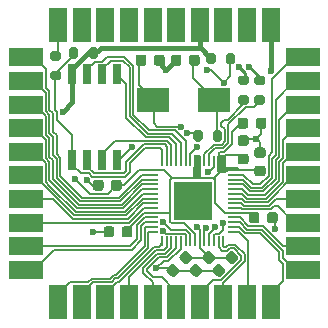
<source format=gtl>
G04 #@! TF.GenerationSoftware,KiCad,Pcbnew,(6.0.0-0)*
G04 #@! TF.CreationDate,2022-05-15T17:03:53+02:00*
G04 #@! TF.ProjectId,rp2040_stamp,72703230-3430-45f7-9374-616d702e6b69,rev?*
G04 #@! TF.SameCoordinates,Original*
G04 #@! TF.FileFunction,Copper,L1,Top*
G04 #@! TF.FilePolarity,Positive*
%FSLAX46Y46*%
G04 Gerber Fmt 4.6, Leading zero omitted, Abs format (unit mm)*
G04 Created by KiCad (PCBNEW (6.0.0-0)) date 2022-05-15 17:03:53*
%MOMM*%
%LPD*%
G01*
G04 APERTURE LIST*
G04 #@! TA.AperFunction,SMDPad,CuDef*
%ADD10R,1.500000X3.000000*%
G04 #@! TD*
G04 #@! TA.AperFunction,ComponentPad*
%ADD11C,1.350000*%
G04 #@! TD*
G04 #@! TA.AperFunction,ComponentPad*
%ADD12O,1.350000X1.350000*%
G04 #@! TD*
G04 #@! TA.AperFunction,SMDPad,CuDef*
%ADD13R,0.650000X1.700000*%
G04 #@! TD*
G04 #@! TA.AperFunction,SMDPad,CuDef*
%ADD14R,3.000000X1.500000*%
G04 #@! TD*
G04 #@! TA.AperFunction,SMDPad,CuDef*
%ADD15R,0.807999X0.178600*%
G04 #@! TD*
G04 #@! TA.AperFunction,SMDPad,CuDef*
%ADD16R,0.178600X0.807999*%
G04 #@! TD*
G04 #@! TA.AperFunction,SMDPad,CuDef*
%ADD17R,3.200400X3.200400*%
G04 #@! TD*
G04 #@! TA.AperFunction,SMDPad,CuDef*
%ADD18R,2.800000X2.000000*%
G04 #@! TD*
G04 #@! TA.AperFunction,ViaPad*
%ADD19C,0.600000*%
G04 #@! TD*
G04 #@! TA.AperFunction,Conductor*
%ADD20C,0.200000*%
G04 #@! TD*
G04 #@! TA.AperFunction,Conductor*
%ADD21C,0.400000*%
G04 #@! TD*
G04 #@! TA.AperFunction,Conductor*
%ADD22C,0.150000*%
G04 #@! TD*
G04 #@! TA.AperFunction,Conductor*
%ADD23C,0.178600*%
G04 #@! TD*
G04 #@! TA.AperFunction,Conductor*
%ADD24C,0.250000*%
G04 #@! TD*
G04 APERTURE END LIST*
G04 #@! TA.AperFunction,SMDPad,CuDef*
G36*
G01*
X155050000Y-96900000D02*
X155050000Y-96350000D01*
G75*
G02*
X155250000Y-96150000I200000J0D01*
G01*
X155650000Y-96150000D01*
G75*
G02*
X155850000Y-96350000I0J-200000D01*
G01*
X155850000Y-96900000D01*
G75*
G02*
X155650000Y-97100000I-200000J0D01*
G01*
X155250000Y-97100000D01*
G75*
G02*
X155050000Y-96900000I0J200000D01*
G01*
G37*
G04 #@! TD.AperFunction*
G04 #@! TA.AperFunction,SMDPad,CuDef*
G36*
G01*
X156700000Y-96900000D02*
X156700000Y-96350000D01*
G75*
G02*
X156900000Y-96150000I200000J0D01*
G01*
X157300000Y-96150000D01*
G75*
G02*
X157500000Y-96350000I0J-200000D01*
G01*
X157500000Y-96900000D01*
G75*
G02*
X157300000Y-97100000I-200000J0D01*
G01*
X156900000Y-97100000D01*
G75*
G02*
X156700000Y-96900000I0J200000D01*
G01*
G37*
G04 #@! TD.AperFunction*
G04 #@! TA.AperFunction,SMDPad,CuDef*
G36*
G01*
X158425000Y-105550000D02*
X157925000Y-105550000D01*
G75*
G02*
X157700000Y-105325000I0J225000D01*
G01*
X157700000Y-104875000D01*
G75*
G02*
X157925000Y-104650000I225000J0D01*
G01*
X158425000Y-104650000D01*
G75*
G02*
X158650000Y-104875000I0J-225000D01*
G01*
X158650000Y-105325000D01*
G75*
G02*
X158425000Y-105550000I-225000J0D01*
G01*
G37*
G04 #@! TD.AperFunction*
G04 #@! TA.AperFunction,SMDPad,CuDef*
G36*
G01*
X158425000Y-104000000D02*
X157925000Y-104000000D01*
G75*
G02*
X157700000Y-103775000I0J225000D01*
G01*
X157700000Y-103325000D01*
G75*
G02*
X157925000Y-103100000I225000J0D01*
G01*
X158425000Y-103100000D01*
G75*
G02*
X158650000Y-103325000I0J-225000D01*
G01*
X158650000Y-103775000D01*
G75*
G02*
X158425000Y-104000000I-225000J0D01*
G01*
G37*
G04 #@! TD.AperFunction*
D10*
X142500000Y-93750000D03*
D11*
X142500000Y-94500000D03*
X142500000Y-93000000D03*
D10*
X144500000Y-93750000D03*
D12*
X144500000Y-94500000D03*
X144500000Y-93000000D03*
X146500000Y-94500000D03*
X146500000Y-93000000D03*
D10*
X146500000Y-93750000D03*
D12*
X148500000Y-93000000D03*
X148500000Y-94500000D03*
D10*
X148500000Y-93750000D03*
D12*
X150500000Y-93000000D03*
D10*
X150500000Y-93750000D03*
D12*
X150500000Y-94500000D03*
X152500000Y-94500000D03*
D10*
X152500000Y-93750000D03*
D12*
X152500000Y-93000000D03*
D10*
X154500000Y-93750000D03*
D12*
X154500000Y-94500000D03*
X154500000Y-93000000D03*
D10*
X156500000Y-93750000D03*
D12*
X156500000Y-94500000D03*
X156500000Y-93000000D03*
D10*
X158500000Y-93750000D03*
D12*
X158500000Y-94500000D03*
X158500000Y-93000000D03*
X160500000Y-93000000D03*
X160500000Y-94500000D03*
D10*
X160500000Y-93750000D03*
G04 #@! TA.AperFunction,SMDPad,CuDef*
G36*
G01*
X155414429Y-112957017D02*
X155767983Y-113310571D01*
G75*
G02*
X155767983Y-113628769I-159099J-159099D01*
G01*
X155449785Y-113946967D01*
G75*
G02*
X155131587Y-113946967I-159099J159099D01*
G01*
X154778033Y-113593413D01*
G75*
G02*
X154778033Y-113275215I159099J159099D01*
G01*
X155096231Y-112957017D01*
G75*
G02*
X155414429Y-112957017I159099J-159099D01*
G01*
G37*
G04 #@! TD.AperFunction*
G04 #@! TA.AperFunction,SMDPad,CuDef*
G36*
G01*
X154318413Y-114053033D02*
X154671967Y-114406587D01*
G75*
G02*
X154671967Y-114724785I-159099J-159099D01*
G01*
X154353769Y-115042983D01*
G75*
G02*
X154035571Y-115042983I-159099J159099D01*
G01*
X153682017Y-114689429D01*
G75*
G02*
X153682017Y-114371231I159099J159099D01*
G01*
X154000215Y-114053033D01*
G75*
G02*
X154318413Y-114053033I159099J-159099D01*
G01*
G37*
G04 #@! TD.AperFunction*
G04 #@! TA.AperFunction,SMDPad,CuDef*
G36*
G01*
X143425000Y-96400000D02*
X143425000Y-95850000D01*
G75*
G02*
X143625000Y-95650000I200000J0D01*
G01*
X144025000Y-95650000D01*
G75*
G02*
X144225000Y-95850000I0J-200000D01*
G01*
X144225000Y-96400000D01*
G75*
G02*
X144025000Y-96600000I-200000J0D01*
G01*
X143625000Y-96600000D01*
G75*
G02*
X143425000Y-96400000I0J200000D01*
G01*
G37*
G04 #@! TD.AperFunction*
G04 #@! TA.AperFunction,SMDPad,CuDef*
G36*
G01*
X145075000Y-96400000D02*
X145075000Y-95850000D01*
G75*
G02*
X145275000Y-95650000I200000J0D01*
G01*
X145675000Y-95650000D01*
G75*
G02*
X145875000Y-95850000I0J-200000D01*
G01*
X145875000Y-96400000D01*
G75*
G02*
X145675000Y-96600000I-200000J0D01*
G01*
X145275000Y-96600000D01*
G75*
G02*
X145075000Y-96400000I0J200000D01*
G01*
G37*
G04 #@! TD.AperFunction*
G04 #@! TA.AperFunction,SMDPad,CuDef*
G36*
G01*
X157364429Y-112957017D02*
X157717983Y-113310571D01*
G75*
G02*
X157717983Y-113628769I-159099J-159099D01*
G01*
X157399785Y-113946967D01*
G75*
G02*
X157081587Y-113946967I-159099J159099D01*
G01*
X156728033Y-113593413D01*
G75*
G02*
X156728033Y-113275215I159099J159099D01*
G01*
X157046231Y-112957017D01*
G75*
G02*
X157364429Y-112957017I159099J-159099D01*
G01*
G37*
G04 #@! TD.AperFunction*
G04 #@! TA.AperFunction,SMDPad,CuDef*
G36*
G01*
X156268413Y-114053033D02*
X156621967Y-114406587D01*
G75*
G02*
X156621967Y-114724785I-159099J-159099D01*
G01*
X156303769Y-115042983D01*
G75*
G02*
X155985571Y-115042983I-159099J159099D01*
G01*
X155632017Y-114689429D01*
G75*
G02*
X155632017Y-114371231I159099J159099D01*
G01*
X155950215Y-114053033D01*
G75*
G02*
X156268413Y-114053033I159099J-159099D01*
G01*
G37*
G04 #@! TD.AperFunction*
G04 #@! TA.AperFunction,SMDPad,CuDef*
G36*
G01*
X142025000Y-95975000D02*
X142575000Y-95975000D01*
G75*
G02*
X142775000Y-96175000I0J-200000D01*
G01*
X142775000Y-96575000D01*
G75*
G02*
X142575000Y-96775000I-200000J0D01*
G01*
X142025000Y-96775000D01*
G75*
G02*
X141825000Y-96575000I0J200000D01*
G01*
X141825000Y-96175000D01*
G75*
G02*
X142025000Y-95975000I200000J0D01*
G01*
G37*
G04 #@! TD.AperFunction*
G04 #@! TA.AperFunction,SMDPad,CuDef*
G36*
G01*
X142025000Y-97625000D02*
X142575000Y-97625000D01*
G75*
G02*
X142775000Y-97825000I0J-200000D01*
G01*
X142775000Y-98225000D01*
G75*
G02*
X142575000Y-98425000I-200000J0D01*
G01*
X142025000Y-98425000D01*
G75*
G02*
X141825000Y-98225000I0J200000D01*
G01*
X141825000Y-97825000D01*
G75*
G02*
X142025000Y-97625000I200000J0D01*
G01*
G37*
G04 #@! TD.AperFunction*
X142500000Y-117250000D03*
D11*
X142500000Y-116500000D03*
X142500000Y-118000000D03*
D10*
X144500000Y-117250000D03*
D12*
X144500000Y-116500000D03*
X144500000Y-118000000D03*
X146500000Y-116500000D03*
X146500000Y-118000000D03*
D10*
X146500000Y-117250000D03*
D12*
X148500000Y-116500000D03*
X148500000Y-118000000D03*
D10*
X148500000Y-117250000D03*
X150500000Y-117250000D03*
D12*
X150500000Y-116500000D03*
X150500000Y-118000000D03*
D10*
X152500000Y-117250000D03*
D12*
X152500000Y-118000000D03*
X152500000Y-116500000D03*
D10*
X154500000Y-117250000D03*
D12*
X154500000Y-118000000D03*
X154500000Y-116500000D03*
X156500000Y-116500000D03*
X156500000Y-118000000D03*
D10*
X156500000Y-117250000D03*
D12*
X158500000Y-118000000D03*
D10*
X158500000Y-117250000D03*
D12*
X158500000Y-116500000D03*
X160500000Y-116500000D03*
D10*
X160500000Y-117250000D03*
D12*
X160500000Y-118000000D03*
G04 #@! TA.AperFunction,SMDPad,CuDef*
G36*
G01*
X158475000Y-100500000D02*
X157925000Y-100500000D01*
G75*
G02*
X157725000Y-100300000I0J200000D01*
G01*
X157725000Y-99900000D01*
G75*
G02*
X157925000Y-99700000I200000J0D01*
G01*
X158475000Y-99700000D01*
G75*
G02*
X158675000Y-99900000I0J-200000D01*
G01*
X158675000Y-100300000D01*
G75*
G02*
X158475000Y-100500000I-200000J0D01*
G01*
G37*
G04 #@! TD.AperFunction*
G04 #@! TA.AperFunction,SMDPad,CuDef*
G36*
G01*
X158475000Y-98850000D02*
X157925000Y-98850000D01*
G75*
G02*
X157725000Y-98650000I0J200000D01*
G01*
X157725000Y-98250000D01*
G75*
G02*
X157925000Y-98050000I200000J0D01*
G01*
X158475000Y-98050000D01*
G75*
G02*
X158675000Y-98250000I0J-200000D01*
G01*
X158675000Y-98650000D01*
G75*
G02*
X158475000Y-98850000I-200000J0D01*
G01*
G37*
G04 #@! TD.AperFunction*
G04 #@! TA.AperFunction,SMDPad,CuDef*
G36*
G01*
X157700000Y-102325000D02*
X157700000Y-101825000D01*
G75*
G02*
X157925000Y-101600000I225000J0D01*
G01*
X158375000Y-101600000D01*
G75*
G02*
X158600000Y-101825000I0J-225000D01*
G01*
X158600000Y-102325000D01*
G75*
G02*
X158375000Y-102550000I-225000J0D01*
G01*
X157925000Y-102550000D01*
G75*
G02*
X157700000Y-102325000I0J225000D01*
G01*
G37*
G04 #@! TD.AperFunction*
G04 #@! TA.AperFunction,SMDPad,CuDef*
G36*
G01*
X159250000Y-102325000D02*
X159250000Y-101825000D01*
G75*
G02*
X159475000Y-101600000I225000J0D01*
G01*
X159925000Y-101600000D01*
G75*
G02*
X160150000Y-101825000I0J-225000D01*
G01*
X160150000Y-102325000D01*
G75*
G02*
X159925000Y-102550000I-225000J0D01*
G01*
X159475000Y-102550000D01*
G75*
G02*
X159250000Y-102325000I0J225000D01*
G01*
G37*
G04 #@! TD.AperFunction*
D13*
X143720000Y-105225000D03*
X144990000Y-105225000D03*
X146260000Y-105225000D03*
X147530000Y-105225000D03*
X147530000Y-97925000D03*
X146260000Y-97925000D03*
X144990000Y-97925000D03*
X143720000Y-97925000D03*
G04 #@! TA.AperFunction,SMDPad,CuDef*
G36*
G01*
X153464429Y-112957017D02*
X153817983Y-113310571D01*
G75*
G02*
X153817983Y-113628769I-159099J-159099D01*
G01*
X153499785Y-113946967D01*
G75*
G02*
X153181587Y-113946967I-159099J159099D01*
G01*
X152828033Y-113593413D01*
G75*
G02*
X152828033Y-113275215I159099J159099D01*
G01*
X153146231Y-112957017D01*
G75*
G02*
X153464429Y-112957017I159099J-159099D01*
G01*
G37*
G04 #@! TD.AperFunction*
G04 #@! TA.AperFunction,SMDPad,CuDef*
G36*
G01*
X152368413Y-114053033D02*
X152721967Y-114406587D01*
G75*
G02*
X152721967Y-114724785I-159099J-159099D01*
G01*
X152403769Y-115042983D01*
G75*
G02*
X152085571Y-115042983I-159099J159099D01*
G01*
X151732017Y-114689429D01*
G75*
G02*
X151732017Y-114371231I159099J159099D01*
G01*
X152050215Y-114053033D01*
G75*
G02*
X152368413Y-114053033I159099J-159099D01*
G01*
G37*
G04 #@! TD.AperFunction*
D14*
X139750000Y-96500000D03*
D11*
X140500000Y-96500000D03*
X139000000Y-96500000D03*
D12*
X139000000Y-98500000D03*
X140500000Y-98500000D03*
D14*
X139750000Y-98500000D03*
D12*
X139000000Y-100500000D03*
X140500000Y-100500000D03*
D14*
X139750000Y-100500000D03*
X139750000Y-102500000D03*
D12*
X140500000Y-102500000D03*
X139000000Y-102500000D03*
X139000000Y-104500000D03*
D14*
X139750000Y-104500000D03*
D12*
X140500000Y-104500000D03*
X140500000Y-106500000D03*
D14*
X139750000Y-106500000D03*
D12*
X139000000Y-106500000D03*
X139000000Y-108500000D03*
X140500000Y-108500000D03*
D14*
X139750000Y-108500000D03*
X139750000Y-110500000D03*
D12*
X140500000Y-110500000D03*
X139000000Y-110500000D03*
X140500000Y-112500000D03*
X139000000Y-112500000D03*
D14*
X139750000Y-112500000D03*
X139750000Y-114500000D03*
D12*
X140500000Y-114500000D03*
X139000000Y-114500000D03*
G04 #@! TA.AperFunction,SMDPad,CuDef*
G36*
G01*
X159850000Y-106575000D02*
X159350000Y-106575000D01*
G75*
G02*
X159125000Y-106350000I0J225000D01*
G01*
X159125000Y-105900000D01*
G75*
G02*
X159350000Y-105675000I225000J0D01*
G01*
X159850000Y-105675000D01*
G75*
G02*
X160075000Y-105900000I0J-225000D01*
G01*
X160075000Y-106350000D01*
G75*
G02*
X159850000Y-106575000I-225000J0D01*
G01*
G37*
G04 #@! TD.AperFunction*
G04 #@! TA.AperFunction,SMDPad,CuDef*
G36*
G01*
X159850000Y-105025000D02*
X159350000Y-105025000D01*
G75*
G02*
X159125000Y-104800000I0J225000D01*
G01*
X159125000Y-104350000D01*
G75*
G02*
X159350000Y-104125000I225000J0D01*
G01*
X159850000Y-104125000D01*
G75*
G02*
X160075000Y-104350000I0J-225000D01*
G01*
X160075000Y-104800000D01*
G75*
G02*
X159850000Y-105025000I-225000J0D01*
G01*
G37*
G04 #@! TD.AperFunction*
G04 #@! TA.AperFunction,SMDPad,CuDef*
G36*
G01*
X147900000Y-107075000D02*
X147900000Y-107575000D01*
G75*
G02*
X147675000Y-107800000I-225000J0D01*
G01*
X147225000Y-107800000D01*
G75*
G02*
X147000000Y-107575000I0J225000D01*
G01*
X147000000Y-107075000D01*
G75*
G02*
X147225000Y-106850000I225000J0D01*
G01*
X147675000Y-106850000D01*
G75*
G02*
X147900000Y-107075000I0J-225000D01*
G01*
G37*
G04 #@! TD.AperFunction*
G04 #@! TA.AperFunction,SMDPad,CuDef*
G36*
G01*
X146350000Y-107075000D02*
X146350000Y-107575000D01*
G75*
G02*
X146125000Y-107800000I-225000J0D01*
G01*
X145675000Y-107800000D01*
G75*
G02*
X145450000Y-107575000I0J225000D01*
G01*
X145450000Y-107075000D01*
G75*
G02*
X145675000Y-106850000I225000J0D01*
G01*
X146125000Y-106850000D01*
G75*
G02*
X146350000Y-107075000I0J-225000D01*
G01*
G37*
G04 #@! TD.AperFunction*
G04 #@! TA.AperFunction,SMDPad,CuDef*
G36*
G01*
X159850000Y-100500000D02*
X159300000Y-100500000D01*
G75*
G02*
X159100000Y-100300000I0J200000D01*
G01*
X159100000Y-99900000D01*
G75*
G02*
X159300000Y-99700000I200000J0D01*
G01*
X159850000Y-99700000D01*
G75*
G02*
X160050000Y-99900000I0J-200000D01*
G01*
X160050000Y-100300000D01*
G75*
G02*
X159850000Y-100500000I-200000J0D01*
G01*
G37*
G04 #@! TD.AperFunction*
G04 #@! TA.AperFunction,SMDPad,CuDef*
G36*
G01*
X159850000Y-98850000D02*
X159300000Y-98850000D01*
G75*
G02*
X159100000Y-98650000I0J200000D01*
G01*
X159100000Y-98250000D01*
G75*
G02*
X159300000Y-98050000I200000J0D01*
G01*
X159850000Y-98050000D01*
G75*
G02*
X160050000Y-98250000I0J-200000D01*
G01*
X160050000Y-98650000D01*
G75*
G02*
X159850000Y-98850000I-200000J0D01*
G01*
G37*
G04 #@! TD.AperFunction*
G04 #@! TA.AperFunction,SMDPad,CuDef*
G36*
G01*
X158650000Y-110325000D02*
X158650000Y-109825000D01*
G75*
G02*
X158875000Y-109600000I225000J0D01*
G01*
X159325000Y-109600000D01*
G75*
G02*
X159550000Y-109825000I0J-225000D01*
G01*
X159550000Y-110325000D01*
G75*
G02*
X159325000Y-110550000I-225000J0D01*
G01*
X158875000Y-110550000D01*
G75*
G02*
X158650000Y-110325000I0J225000D01*
G01*
G37*
G04 #@! TD.AperFunction*
G04 #@! TA.AperFunction,SMDPad,CuDef*
G36*
G01*
X160200000Y-110325000D02*
X160200000Y-109825000D01*
G75*
G02*
X160425000Y-109600000I225000J0D01*
G01*
X160875000Y-109600000D01*
G75*
G02*
X161100000Y-109825000I0J-225000D01*
G01*
X161100000Y-110325000D01*
G75*
G02*
X160875000Y-110550000I-225000J0D01*
G01*
X160425000Y-110550000D01*
G75*
G02*
X160200000Y-110325000I0J225000D01*
G01*
G37*
G04 #@! TD.AperFunction*
G04 #@! TA.AperFunction,SMDPad,CuDef*
G36*
G01*
X156400000Y-102875000D02*
X156400000Y-103425000D01*
G75*
G02*
X156200000Y-103625000I-200000J0D01*
G01*
X155800000Y-103625000D01*
G75*
G02*
X155600000Y-103425000I0J200000D01*
G01*
X155600000Y-102875000D01*
G75*
G02*
X155800000Y-102675000I200000J0D01*
G01*
X156200000Y-102675000D01*
G75*
G02*
X156400000Y-102875000I0J-200000D01*
G01*
G37*
G04 #@! TD.AperFunction*
G04 #@! TA.AperFunction,SMDPad,CuDef*
G36*
G01*
X154750000Y-102875000D02*
X154750000Y-103425000D01*
G75*
G02*
X154550000Y-103625000I-200000J0D01*
G01*
X154150000Y-103625000D01*
G75*
G02*
X153950000Y-103425000I0J200000D01*
G01*
X153950000Y-102875000D01*
G75*
G02*
X154150000Y-102675000I200000J0D01*
G01*
X154550000Y-102675000D01*
G75*
G02*
X154750000Y-102875000I0J-200000D01*
G01*
G37*
G04 #@! TD.AperFunction*
D11*
X162500000Y-96500000D03*
D14*
X163250000Y-96500000D03*
D11*
X164000000Y-96500000D03*
D12*
X162500000Y-98500000D03*
X164000000Y-98500000D03*
D14*
X163250000Y-98500000D03*
D12*
X164000000Y-100500000D03*
D14*
X163250000Y-100500000D03*
D12*
X162500000Y-100500000D03*
X162500000Y-102500000D03*
X164000000Y-102500000D03*
D14*
X163250000Y-102500000D03*
X163250000Y-104500000D03*
D12*
X162500000Y-104500000D03*
X164000000Y-104500000D03*
X162500000Y-106500000D03*
X164000000Y-106500000D03*
D14*
X163250000Y-106500000D03*
D12*
X162500000Y-108500000D03*
D14*
X163250000Y-108500000D03*
D12*
X164000000Y-108500000D03*
D14*
X163250000Y-110500000D03*
D12*
X164000000Y-110500000D03*
X162500000Y-110500000D03*
X164000000Y-112500000D03*
X162500000Y-112500000D03*
D14*
X163250000Y-112500000D03*
D12*
X164000000Y-114500000D03*
X162500000Y-114500000D03*
D14*
X163250000Y-114500000D03*
D15*
X150498800Y-106050000D03*
X150498800Y-106449999D03*
X150498800Y-106850001D03*
X150498800Y-107250000D03*
X150498800Y-107649999D03*
X150498800Y-108050001D03*
X150498800Y-108450000D03*
X150498800Y-108850000D03*
X150498800Y-109249999D03*
X150498800Y-109650001D03*
X150498800Y-110050000D03*
X150498800Y-110449999D03*
X150498800Y-110850001D03*
X150498800Y-111250000D03*
D16*
X151300000Y-112051200D03*
X151699999Y-112051200D03*
X152100001Y-112051200D03*
X152500000Y-112051200D03*
X152899999Y-112051200D03*
X153300001Y-112051200D03*
X153700000Y-112051200D03*
X154100000Y-112051200D03*
X154499999Y-112051200D03*
X154900001Y-112051200D03*
X155300000Y-112051200D03*
X155699999Y-112051200D03*
X156100001Y-112051200D03*
X156500000Y-112051200D03*
D15*
X157301200Y-111250000D03*
X157301200Y-110850001D03*
X157301200Y-110449999D03*
X157301200Y-110050000D03*
X157301200Y-109650001D03*
X157301200Y-109249999D03*
X157301200Y-108850000D03*
X157301200Y-108450000D03*
X157301200Y-108050001D03*
X157301200Y-107649999D03*
X157301200Y-107250000D03*
X157301200Y-106850001D03*
X157301200Y-106449999D03*
X157301200Y-106050000D03*
D16*
X156500000Y-105248800D03*
X156100001Y-105248800D03*
X155699999Y-105248800D03*
X155300000Y-105248800D03*
X154900001Y-105248800D03*
X154499999Y-105248800D03*
X154100000Y-105248800D03*
X153700000Y-105248800D03*
X153300001Y-105248800D03*
X152899999Y-105248800D03*
X152500000Y-105248800D03*
X152100001Y-105248800D03*
X151699999Y-105248800D03*
X151300000Y-105248800D03*
D17*
X153900000Y-108650000D03*
D18*
X150500000Y-100100000D03*
X155700000Y-100100000D03*
G04 #@! TA.AperFunction,SMDPad,CuDef*
G36*
G01*
X148800000Y-111025000D02*
X148800000Y-111525000D01*
G75*
G02*
X148575000Y-111750000I-225000J0D01*
G01*
X148125000Y-111750000D01*
G75*
G02*
X147900000Y-111525000I0J225000D01*
G01*
X147900000Y-111025000D01*
G75*
G02*
X148125000Y-110800000I225000J0D01*
G01*
X148575000Y-110800000D01*
G75*
G02*
X148800000Y-111025000I0J-225000D01*
G01*
G37*
G04 #@! TD.AperFunction*
G04 #@! TA.AperFunction,SMDPad,CuDef*
G36*
G01*
X147250000Y-111025000D02*
X147250000Y-111525000D01*
G75*
G02*
X147025000Y-111750000I-225000J0D01*
G01*
X146575000Y-111750000D01*
G75*
G02*
X146350000Y-111525000I0J225000D01*
G01*
X146350000Y-111025000D01*
G75*
G02*
X146575000Y-110800000I225000J0D01*
G01*
X147025000Y-110800000D01*
G75*
G02*
X147250000Y-111025000I0J-225000D01*
G01*
G37*
G04 #@! TD.AperFunction*
G04 #@! TA.AperFunction,SMDPad,CuDef*
G36*
G01*
X149075000Y-97000000D02*
X149075000Y-96500000D01*
G75*
G02*
X149300000Y-96275000I225000J0D01*
G01*
X149750000Y-96275000D01*
G75*
G02*
X149975000Y-96500000I0J-225000D01*
G01*
X149975000Y-97000000D01*
G75*
G02*
X149750000Y-97225000I-225000J0D01*
G01*
X149300000Y-97225000D01*
G75*
G02*
X149075000Y-97000000I0J225000D01*
G01*
G37*
G04 #@! TD.AperFunction*
G04 #@! TA.AperFunction,SMDPad,CuDef*
G36*
G01*
X150625000Y-97000000D02*
X150625000Y-96500000D01*
G75*
G02*
X150850000Y-96275000I225000J0D01*
G01*
X151300000Y-96275000D01*
G75*
G02*
X151525000Y-96500000I0J-225000D01*
G01*
X151525000Y-97000000D01*
G75*
G02*
X151300000Y-97225000I-225000J0D01*
G01*
X150850000Y-97225000D01*
G75*
G02*
X150625000Y-97000000I0J225000D01*
G01*
G37*
G04 #@! TD.AperFunction*
G04 #@! TA.AperFunction,SMDPad,CuDef*
G36*
G01*
X154500000Y-96500000D02*
X154500000Y-97000000D01*
G75*
G02*
X154275000Y-97225000I-225000J0D01*
G01*
X153825000Y-97225000D01*
G75*
G02*
X153600000Y-97000000I0J225000D01*
G01*
X153600000Y-96500000D01*
G75*
G02*
X153825000Y-96275000I225000J0D01*
G01*
X154275000Y-96275000D01*
G75*
G02*
X154500000Y-96500000I0J-225000D01*
G01*
G37*
G04 #@! TD.AperFunction*
G04 #@! TA.AperFunction,SMDPad,CuDef*
G36*
G01*
X152950000Y-96500000D02*
X152950000Y-97000000D01*
G75*
G02*
X152725000Y-97225000I-225000J0D01*
G01*
X152275000Y-97225000D01*
G75*
G02*
X152050000Y-97000000I0J225000D01*
G01*
X152050000Y-96500000D01*
G75*
G02*
X152275000Y-96275000I225000J0D01*
G01*
X152725000Y-96275000D01*
G75*
G02*
X152950000Y-96500000I0J-225000D01*
G01*
G37*
G04 #@! TD.AperFunction*
D19*
X160875000Y-111050000D03*
X145475000Y-111275000D03*
X159275000Y-103375000D03*
X151670000Y-97550000D03*
X152900000Y-109650000D03*
X154900000Y-109650000D03*
X152900000Y-107650000D03*
X144916292Y-106841634D03*
X150835271Y-114360270D03*
X160500000Y-97650000D03*
X154900000Y-107650000D03*
X148775000Y-104099020D03*
X142897563Y-101099294D03*
X143951622Y-106823378D03*
X155110000Y-97550000D03*
X156523531Y-98640498D03*
X156445171Y-110520170D03*
X158700000Y-97325000D03*
X157825000Y-97325000D03*
X155797982Y-110898190D03*
X155053517Y-110984939D03*
X151375000Y-111175000D03*
X152900000Y-102400000D03*
X154300000Y-110900000D03*
X154275000Y-104125000D03*
X155175000Y-106175000D03*
X153425840Y-102934084D03*
X151359949Y-110418193D03*
D20*
X152226992Y-114548008D02*
X154176992Y-114548008D01*
D21*
X150935000Y-96815000D02*
X150935000Y-96530000D01*
D22*
X160875000Y-111050000D02*
X160875000Y-110300000D01*
D20*
X152899999Y-112699634D02*
X152899999Y-112051200D01*
D22*
X159600000Y-103700000D02*
X159600000Y-104575000D01*
D20*
X148755980Y-104099020D02*
X147530000Y-105325000D01*
X148775000Y-104099020D02*
X148755980Y-104099020D01*
D21*
X151670000Y-97550000D02*
X150935000Y-96815000D01*
D22*
X159275000Y-103375000D02*
X159600000Y-103700000D01*
X159700000Y-102950000D02*
X159275000Y-103375000D01*
D20*
X150835271Y-114360270D02*
X151446021Y-113749520D01*
X150835271Y-114360270D02*
X152039254Y-114360270D01*
X144916292Y-106841634D02*
X145499658Y-107425000D01*
D22*
X159700000Y-102075000D02*
X159700000Y-102950000D01*
D20*
X151446021Y-113749520D02*
X151850113Y-113749520D01*
D22*
X159275000Y-103375000D02*
X158350000Y-103375000D01*
D20*
X145499658Y-107425000D02*
X145900001Y-107425000D01*
D21*
X151670000Y-97550000D02*
X152415000Y-96805000D01*
D22*
X146750611Y-111275000D02*
X145475000Y-111275000D01*
D20*
X154176992Y-114548008D02*
X156126992Y-114548008D01*
X151850113Y-113749520D02*
X152899999Y-112699634D01*
D21*
X160500000Y-97650000D02*
X160500000Y-94500000D01*
D20*
X152000000Y-106900000D02*
X152150000Y-106750000D01*
D21*
X146125000Y-95700000D02*
X154425000Y-95700000D01*
D22*
X157225000Y-103847533D02*
X157225000Y-102800000D01*
D23*
X149784021Y-109650001D02*
X148525000Y-110909022D01*
D21*
X145077138Y-96125000D02*
X145475000Y-96125000D01*
D20*
X152000000Y-106900578D02*
X152000000Y-109600000D01*
X156600000Y-109650000D02*
X157301200Y-109650001D01*
X149375000Y-106050000D02*
X148100000Y-107325000D01*
X153200000Y-110550000D02*
X154100000Y-111450000D01*
X157301200Y-109650001D02*
X158675001Y-109650001D01*
X143951622Y-106823378D02*
X143951622Y-106826622D01*
D22*
X157301200Y-106050000D02*
X159525000Y-106050000D01*
X156500000Y-105248800D02*
X156500000Y-104900000D01*
D20*
X155800000Y-106900578D02*
X155649422Y-106750000D01*
D23*
X150498800Y-109650001D02*
X149784021Y-109650001D01*
D20*
X150498800Y-106050000D02*
X149375000Y-106050000D01*
D22*
X156100001Y-104624999D02*
X156245960Y-104479040D01*
D20*
X150498800Y-106050000D02*
X151450000Y-106050000D01*
X158675001Y-109650001D02*
X159100000Y-110075000D01*
D22*
X151949999Y-109650001D02*
X152000000Y-109600000D01*
D20*
X155649422Y-106750000D02*
X154500000Y-106750000D01*
X143951622Y-106826622D02*
X145174520Y-108049520D01*
D21*
X143720000Y-97482138D02*
X145077138Y-96125000D01*
D20*
X145174520Y-108049520D02*
X146725480Y-108049520D01*
X154100000Y-111450000D02*
X154100000Y-112051200D01*
D22*
X156245960Y-104479040D02*
X156593493Y-104479040D01*
X156650000Y-104750000D02*
X157825000Y-104750000D01*
D21*
X154500000Y-95625000D02*
X155400000Y-96525000D01*
D20*
X152150000Y-110550000D02*
X153200000Y-110550000D01*
D22*
X152000000Y-110400000D02*
X152000000Y-110399422D01*
D20*
X155800000Y-106900578D02*
X155800000Y-108850000D01*
D21*
X154500000Y-94500000D02*
X154500000Y-95625000D01*
X142897563Y-101099294D02*
X143695000Y-100301857D01*
D20*
X146725480Y-108049520D02*
X147450000Y-107325000D01*
D21*
X145575000Y-96250000D02*
X146125000Y-95700000D01*
D23*
X148525000Y-110909022D02*
X148525000Y-111225000D01*
D20*
X151450000Y-106050000D02*
X152150000Y-106750000D01*
D22*
X156500000Y-104900000D02*
X156650000Y-104750000D01*
D20*
X155800000Y-108850000D02*
X156600000Y-109650000D01*
D21*
X143720000Y-97925000D02*
X143720000Y-97482138D01*
D20*
X156100001Y-106299421D02*
X155787211Y-106612211D01*
D22*
X157225000Y-102800000D02*
X157950000Y-102075000D01*
D20*
X155800000Y-106900578D02*
X155800000Y-106625000D01*
X152000000Y-109600000D02*
X152000000Y-110399422D01*
D22*
X156100001Y-105248800D02*
X156100001Y-104624999D01*
D20*
X148100000Y-107325000D02*
X147450000Y-107325000D01*
D22*
X157825000Y-104750000D02*
X158175000Y-105100000D01*
D23*
X150498800Y-109650001D02*
X151949999Y-109650001D01*
D20*
X155787211Y-106612211D02*
X155649422Y-106750000D01*
X156100001Y-105248800D02*
X156100001Y-106299421D01*
X154500000Y-106750000D02*
X152150000Y-106750000D01*
D21*
X154425000Y-95700000D02*
X154500000Y-95625000D01*
X143695000Y-100301857D02*
X143695000Y-98025000D01*
D20*
X152150000Y-110550000D02*
X152000000Y-110400000D01*
D22*
X156593493Y-104479040D02*
X157225000Y-103847533D01*
X155800000Y-106625000D02*
X155787211Y-106612211D01*
X143720000Y-105579022D02*
X144440489Y-106299511D01*
X148574520Y-105464858D02*
X149865818Y-104173560D01*
X151123560Y-104173560D02*
X151300000Y-104350000D01*
X142450000Y-97725000D02*
X143925000Y-96250000D01*
X149865818Y-104173560D02*
X151123560Y-104173560D01*
X142224040Y-100953284D02*
X142224040Y-98250960D01*
X145115925Y-106299511D02*
X145415446Y-106599031D01*
X143720000Y-105225000D02*
X143720000Y-105579022D01*
X148203577Y-106599031D02*
X148574520Y-106228087D01*
X143695000Y-103095000D02*
X142373071Y-101773071D01*
X145415446Y-106599031D02*
X148203577Y-106599031D01*
X151300000Y-104350000D02*
X151300000Y-105248800D01*
X142373071Y-101102315D02*
X142224040Y-100953284D01*
X148574520Y-106228087D02*
X148574520Y-105464858D01*
X143695000Y-105325000D02*
X143695000Y-103095000D01*
X144440489Y-106299511D02*
X145115925Y-106299511D01*
X142373071Y-101773071D02*
X142373071Y-101102315D01*
X142500000Y-96425000D02*
X142500000Y-94500000D01*
X156150000Y-111422690D02*
X155786190Y-111422690D01*
X155786190Y-111422690D02*
X155699999Y-111508881D01*
X156445171Y-110520170D02*
X156445171Y-111127519D01*
X156523531Y-98640498D02*
X155433033Y-97550000D01*
X157050000Y-98114029D02*
X157050000Y-96525000D01*
X156445171Y-111127519D02*
X156150000Y-111422690D01*
X155699999Y-111508881D02*
X155699999Y-112051200D01*
X156523531Y-98640498D02*
X157050000Y-98114029D01*
X155433033Y-97550000D02*
X155110000Y-97550000D01*
D24*
X158700000Y-97325000D02*
X159825000Y-98450000D01*
D22*
X156924520Y-103724427D02*
X156924520Y-102174066D01*
X158373586Y-100725000D02*
X159125000Y-100725000D01*
X155826958Y-104179520D02*
X156469427Y-104179520D01*
X159125000Y-100725000D02*
X159750000Y-100100000D01*
X156924520Y-102174066D02*
X158373586Y-100725000D01*
X156469427Y-104179520D02*
X156924520Y-103724427D01*
X155300000Y-104706478D02*
X155826958Y-104179520D01*
X155300000Y-105248800D02*
X155300000Y-104706478D01*
D24*
X158325000Y-98450000D02*
X158325000Y-97825000D01*
X158325000Y-97825000D02*
X157825000Y-97325000D01*
D22*
X156625000Y-102600000D02*
X156299520Y-102274520D01*
X156900000Y-101775000D02*
X158200000Y-100475000D01*
X156625000Y-103600361D02*
X156625000Y-102600000D01*
X156299520Y-102050480D02*
X156575000Y-101775000D01*
X154900001Y-105248800D02*
X154900001Y-104682891D01*
X155702892Y-103880000D02*
X156345361Y-103880000D01*
X156299520Y-102274520D02*
X156299520Y-102050480D01*
X156575000Y-101775000D02*
X156900000Y-101775000D01*
X154900001Y-104682891D02*
X155702892Y-103880000D01*
X158200000Y-100475000D02*
X158200000Y-100100000D01*
X156345361Y-103880000D02*
X156625000Y-103600361D01*
X144990000Y-105750000D02*
X145539511Y-106299511D01*
X148275000Y-106104022D02*
X148275000Y-105340792D01*
X151700000Y-104050000D02*
X151699999Y-105248800D01*
X148079511Y-106299511D02*
X148275000Y-106104022D01*
X148275000Y-105340792D02*
X149741752Y-103874040D01*
X145539511Y-106299511D02*
X148079511Y-106299511D01*
X149741752Y-103874040D02*
X151524040Y-103874040D01*
X151524040Y-103874040D02*
X151700000Y-104050000D01*
X144990000Y-105225000D02*
X144990000Y-105750000D01*
X152100000Y-103950000D02*
X151724520Y-103574520D01*
X152100001Y-105248800D02*
X152100000Y-103950000D01*
X151724520Y-103574520D02*
X147350480Y-103574520D01*
X147350480Y-103574520D02*
X146260000Y-104665000D01*
X148276449Y-101598619D02*
X148276449Y-98771449D01*
X148276449Y-98771449D02*
X147530000Y-98025000D01*
X152500000Y-103850000D02*
X151925000Y-103275000D01*
X151925000Y-103275000D02*
X149952828Y-103275000D01*
X149952828Y-103275000D02*
X148276449Y-101598619D01*
X152500000Y-105248800D02*
X152500000Y-103850000D01*
X148575969Y-97346947D02*
X148575969Y-101474554D01*
X152150000Y-102975480D02*
X152899999Y-103725479D01*
X148575969Y-101474554D02*
X150076894Y-102975480D01*
X146975000Y-96775000D02*
X148004022Y-96775000D01*
X148004022Y-96775000D02*
X148575969Y-97346947D01*
X152899999Y-103725479D02*
X152899999Y-105248800D01*
X146260000Y-97490000D02*
X146975000Y-96775000D01*
X150076894Y-102975480D02*
X152150000Y-102975480D01*
X150200960Y-102675960D02*
X152425960Y-102675960D01*
X146224511Y-96850489D02*
X146625000Y-96450000D01*
X145639511Y-96850489D02*
X146224511Y-96850489D01*
X148875489Y-101350489D02*
X150200960Y-102675960D01*
X148875489Y-97200489D02*
X148875489Y-101350489D01*
X146625000Y-96450000D02*
X148125000Y-96450000D01*
X148125000Y-96450000D02*
X148875489Y-97200489D01*
X144990000Y-97500000D02*
X145639511Y-96850489D01*
X152425960Y-102675960D02*
X153300000Y-103550000D01*
X153300000Y-103550000D02*
X153300001Y-105248800D01*
X158974519Y-107250481D02*
X159629730Y-107250481D01*
X158174037Y-106449999D02*
X158974519Y-107250481D01*
X159629730Y-107250481D02*
X160327409Y-106552802D01*
X160327409Y-106552802D02*
X160327409Y-104811863D01*
X160626929Y-98373071D02*
X162500000Y-96500000D01*
X160327409Y-104811863D02*
X160626929Y-104512343D01*
X160626929Y-104512343D02*
X160626929Y-98373071D01*
X157301200Y-106449999D02*
X158174037Y-106449999D01*
X158150454Y-106850001D02*
X158850454Y-107550001D01*
X159753796Y-107550001D02*
X160626929Y-106676868D01*
X158850454Y-107550001D02*
X159753796Y-107550001D01*
X157301200Y-106850001D02*
X158150454Y-106850001D01*
X160926449Y-104802793D02*
X160926449Y-100073551D01*
X160626929Y-106676868D02*
X160626929Y-105102313D01*
X160626929Y-105102313D02*
X160926449Y-104802793D01*
X160926449Y-100073551D02*
X162500000Y-98500000D01*
X160926449Y-105226379D02*
X161225969Y-104926859D01*
X161225969Y-101774031D02*
X162500000Y-100500000D01*
X158726868Y-107850000D02*
X159877383Y-107850000D01*
X159877383Y-107850000D02*
X160926449Y-106800934D01*
X161225969Y-104926859D02*
X161225969Y-101774031D01*
X157301200Y-107250000D02*
X158126867Y-107250000D01*
X160926449Y-106800934D02*
X160926449Y-105226379D01*
X158126867Y-107250000D02*
X158726868Y-107850000D01*
X158103280Y-107649999D02*
X157301200Y-107649999D01*
X161225969Y-106925000D02*
X160001449Y-108149520D01*
X161525489Y-105050925D02*
X161225969Y-105350445D01*
X162500000Y-102500000D02*
X161525489Y-103474511D01*
X158602801Y-108149520D02*
X158103280Y-107649999D01*
X161525489Y-103474511D02*
X161525489Y-105050925D01*
X160001449Y-108149520D02*
X158602801Y-108149520D01*
X161225969Y-105350445D02*
X161225969Y-106925000D01*
X158079696Y-108050001D02*
X157301200Y-108050001D01*
X158478735Y-108449040D02*
X158079696Y-108050001D01*
X160127374Y-108449040D02*
X158478735Y-108449040D01*
X161525489Y-107050925D02*
X160127374Y-108449040D01*
X161525489Y-105474511D02*
X161525489Y-107050925D01*
X162500000Y-104500000D02*
X161525489Y-105474511D01*
X158056110Y-108450000D02*
X157301200Y-108450000D01*
X158354670Y-108748560D02*
X158056110Y-108450000D01*
X162500000Y-106500000D02*
X160251439Y-108748560D01*
X160251439Y-108748560D02*
X158354670Y-108748560D01*
X160923584Y-108500000D02*
X162500000Y-108500000D01*
X160375505Y-109048080D02*
X160923584Y-108500000D01*
X158230604Y-109048080D02*
X160375505Y-109048080D01*
X158032525Y-108850000D02*
X158230604Y-109048080D01*
X157301200Y-108850000D02*
X158032525Y-108850000D01*
X160497170Y-109350000D02*
X160748585Y-109098584D01*
X161098584Y-109098584D02*
X162500000Y-110500000D01*
X157301200Y-109249999D02*
X158008939Y-109249999D01*
X160748585Y-109098584D02*
X161098584Y-109098584D01*
X158008939Y-109249999D02*
X158108940Y-109350000D01*
X158108940Y-109350000D02*
X160497170Y-109350000D01*
X158615212Y-110774520D02*
X159857748Y-110774520D01*
X159857748Y-110774520D02*
X161583228Y-112500000D01*
X157301200Y-110050000D02*
X157890693Y-110050000D01*
X161583228Y-112500000D02*
X162500000Y-112500000D01*
X157890693Y-110050000D02*
X158615212Y-110774520D01*
X157867106Y-110449999D02*
X158491147Y-111074040D01*
X161525489Y-112865847D02*
X161525489Y-113525489D01*
X157301200Y-110449999D02*
X157867106Y-110449999D01*
X158491147Y-111074040D02*
X159733682Y-111074040D01*
X159733682Y-111074040D02*
X161525489Y-112865847D01*
X161525489Y-113525489D02*
X162500000Y-114500000D01*
X161525489Y-115474511D02*
X160500000Y-116500000D01*
X157301200Y-110850001D02*
X157843522Y-110850001D01*
X159609616Y-111373560D02*
X161225969Y-112989913D01*
X157843522Y-110850001D02*
X158367082Y-111373560D01*
X161525489Y-113975000D02*
X161525489Y-115474511D01*
X161225969Y-112989913D02*
X161225969Y-113675480D01*
X161225969Y-113675480D02*
X161525489Y-113975000D01*
X158367082Y-111373560D02*
X159609616Y-111373560D01*
X157301200Y-111250000D02*
X157819936Y-111250000D01*
X158607444Y-112037508D02*
X158607444Y-116392556D01*
X157819936Y-111250000D02*
X158607444Y-112037508D01*
X156911662Y-112350480D02*
X157498998Y-112350480D01*
X157498998Y-112350480D02*
X158307924Y-113159407D01*
X156500000Y-112051200D02*
X156500000Y-112500000D01*
X158307924Y-113159407D02*
X158307924Y-113779933D01*
X156543571Y-112543571D02*
X156718571Y-112543571D01*
X158307924Y-113779933D02*
X156500000Y-115587858D01*
X156500000Y-112500000D02*
X156543571Y-112543571D01*
X156718571Y-112543571D02*
X156911662Y-112350480D01*
X156500000Y-115587858D02*
X156500000Y-116500000D01*
X156314272Y-115350000D02*
X155650000Y-115350000D01*
X156100001Y-112051200D02*
X156100001Y-112593522D01*
X158008404Y-113283472D02*
X158008404Y-113655868D01*
X156792864Y-112892864D02*
X156399343Y-112892864D01*
X157035728Y-112650000D02*
X156792864Y-112892864D01*
X157374932Y-112650000D02*
X158008404Y-113283472D01*
X157035728Y-112650000D02*
X157374932Y-112650000D01*
X155650000Y-115350000D02*
X154500000Y-116500000D01*
X158008404Y-113655868D02*
X156314272Y-115350000D01*
X156399343Y-112892864D02*
X156100001Y-112593522D01*
X155300000Y-111485294D02*
X155300000Y-112051200D01*
X155797982Y-110898190D02*
X155797982Y-110987312D01*
X155797982Y-110987312D02*
X155300000Y-111485294D01*
X154900001Y-111138455D02*
X154900001Y-112051200D01*
X155053517Y-110984939D02*
X154900001Y-111138455D01*
X152500000Y-112051200D02*
X152500000Y-112640693D01*
X150024520Y-114600000D02*
X150524520Y-115100000D01*
X151275000Y-115100000D02*
X152500000Y-116325000D01*
X150524520Y-115100000D02*
X151275000Y-115100000D01*
X152500000Y-112640693D02*
X151715693Y-113425000D01*
X151028785Y-113425000D02*
X150024520Y-114429265D01*
X151715693Y-113425000D02*
X151028785Y-113425000D01*
X150024520Y-114429265D02*
X150024520Y-114600000D01*
X149725000Y-114305199D02*
X150905679Y-113124520D01*
X151592587Y-113124520D02*
X152100001Y-112617106D01*
X150500000Y-115550000D02*
X149725000Y-114775000D01*
X150905679Y-113124520D02*
X151592587Y-113124520D01*
X149725000Y-114775000D02*
X149725000Y-114305199D01*
X152100001Y-112617106D02*
X152100001Y-112051200D01*
X150500000Y-116500000D02*
X150500000Y-115550000D01*
X151468521Y-112825000D02*
X151699999Y-112593522D01*
X151699999Y-112593522D02*
X151699999Y-112051200D01*
X150781613Y-112825000D02*
X151468521Y-112825000D01*
X148500000Y-115106613D02*
X150781613Y-112825000D01*
X148500000Y-116500000D02*
X148500000Y-115106613D01*
X146500000Y-116500000D02*
X147475000Y-115525000D01*
X151025000Y-112525480D02*
X151300000Y-112250480D01*
X147475000Y-115525000D02*
X147658028Y-115525000D01*
X150657548Y-112525480D02*
X151025000Y-112525480D01*
X147658028Y-115525000D02*
X150657548Y-112525480D01*
X150123333Y-112636109D02*
X147542221Y-115217221D01*
X147050925Y-115525489D02*
X145474511Y-115525489D01*
X147542221Y-115217221D02*
X147359193Y-115217221D01*
X150498800Y-111250000D02*
X150123333Y-111250000D01*
X147359193Y-115217221D02*
X147050925Y-115525489D01*
X150123333Y-111250000D02*
X150123333Y-112636109D01*
X145474511Y-115525489D02*
X144500000Y-116500000D01*
X150498800Y-110850001D02*
X149875000Y-110850000D01*
X143474511Y-115525489D02*
X142500000Y-116500000D01*
X149823813Y-110901187D02*
X149823813Y-112512044D01*
X145350445Y-115225969D02*
X145050925Y-115525489D01*
X149875000Y-110850000D02*
X149823813Y-110901187D01*
X149823813Y-112512044D02*
X147418156Y-114917701D01*
X147235128Y-114917701D02*
X146926860Y-115225969D01*
X147418156Y-114917701D02*
X147235128Y-114917701D01*
X145050925Y-115525489D02*
X143474511Y-115525489D01*
X146926860Y-115225969D02*
X145350445Y-115225969D01*
X148724065Y-112799520D02*
X142200480Y-112799520D01*
X149524293Y-110777122D02*
X149524293Y-111999293D01*
X149524293Y-111999293D02*
X148724065Y-112799520D01*
X142200480Y-112799520D02*
X140500000Y-114500000D01*
X149851416Y-110449999D02*
X149524293Y-110777122D01*
X150498800Y-110449999D02*
X149851416Y-110449999D01*
X148600000Y-112500000D02*
X140500000Y-112500000D01*
X149224773Y-110653057D02*
X149224773Y-111875227D01*
X150498800Y-110050000D02*
X149827830Y-110050000D01*
X149224773Y-111875227D02*
X148600000Y-112500000D01*
X149827830Y-110050000D02*
X149224773Y-110653057D01*
X150498800Y-109249999D02*
X149740215Y-109249999D01*
X149740215Y-109249999D02*
X148490214Y-110500000D01*
X148490214Y-110500000D02*
X140500000Y-110500000D01*
X140500000Y-108500000D02*
X142076414Y-108500000D01*
X148392589Y-110174040D02*
X149716628Y-108850000D01*
X143750455Y-110174040D02*
X148392589Y-110174040D01*
X142076414Y-108500000D02*
X143750455Y-110174040D01*
X149716628Y-108850000D02*
X150498800Y-108850000D01*
X148268523Y-109874520D02*
X143874520Y-109874520D01*
X150498800Y-108450000D02*
X149693042Y-108450000D01*
X149693042Y-108450000D02*
X148268523Y-109874520D01*
X143874520Y-109874520D02*
X140500000Y-106500000D01*
X144001414Y-109575000D02*
X148144458Y-109575000D01*
X149669455Y-108050001D02*
X150498800Y-108050001D01*
X141776859Y-107350445D02*
X144001414Y-109575000D01*
X148144458Y-109575000D02*
X149669455Y-108050001D01*
X141474511Y-105474511D02*
X141474511Y-107050926D01*
X140500000Y-104500000D02*
X141474511Y-105474511D01*
X141474511Y-107050926D02*
X141774031Y-107350445D01*
X141774031Y-107350445D02*
X141776859Y-107350445D01*
X141774031Y-105350446D02*
X141774031Y-106924031D01*
X141474511Y-105050926D02*
X141774031Y-105350446D01*
X141474511Y-103474511D02*
X141474511Y-105050926D01*
X141774031Y-106924031D02*
X144125000Y-109275000D01*
X148020872Y-109275000D02*
X149645872Y-107649999D01*
X149645872Y-107649999D02*
X150498800Y-107649999D01*
X144125000Y-109275000D02*
X148020872Y-109275000D01*
X140500000Y-102500000D02*
X141474511Y-103474511D01*
X149622286Y-107250000D02*
X150498800Y-107250000D01*
X140500000Y-100500000D02*
X141474511Y-101474511D01*
X141774031Y-104926860D02*
X142073551Y-105226380D01*
X141474511Y-101474511D02*
X141474511Y-103050925D01*
X147898247Y-108974040D02*
X149622286Y-107250000D01*
X142073551Y-106799965D02*
X144247627Y-108974040D01*
X141474511Y-103050925D02*
X141774031Y-103350445D01*
X142073551Y-105226380D02*
X142073551Y-106799965D01*
X144247627Y-108974040D02*
X147898247Y-108974040D01*
X141774031Y-103350445D02*
X141774031Y-104926860D01*
X142073551Y-103223551D02*
X142073551Y-104802794D01*
X149598699Y-106850001D02*
X150498800Y-106850001D01*
X141474511Y-99474511D02*
X141474511Y-101050925D01*
X141774031Y-102924031D02*
X142073551Y-103223551D01*
X147774181Y-108674520D02*
X149598699Y-106850001D01*
X141474511Y-101050925D02*
X141774031Y-101350445D01*
X142373071Y-105102314D02*
X142373071Y-106675899D01*
X142073551Y-104802794D02*
X142373071Y-105102314D01*
X144371692Y-108674520D02*
X147774181Y-108674520D01*
X141774031Y-101350445D02*
X141774031Y-102924031D01*
X142373071Y-106675899D02*
X144371692Y-108674520D01*
X140500000Y-98500000D02*
X141474511Y-99474511D01*
X147650115Y-108375000D02*
X149575116Y-106449999D01*
X142373071Y-103099485D02*
X142373071Y-104678728D01*
X141774031Y-100926859D02*
X142073551Y-101226380D01*
X144495757Y-108375000D02*
X147650115Y-108375000D01*
X142073551Y-101226380D02*
X142073551Y-102799965D01*
X142073551Y-102799965D02*
X142373071Y-103099485D01*
X140500000Y-96500000D02*
X141474511Y-97474511D01*
X141774031Y-99350446D02*
X141774031Y-100926859D01*
X142972110Y-106851353D02*
X144495757Y-108375000D01*
X142373071Y-104678728D02*
X142672591Y-104978248D01*
X141474511Y-99050925D02*
X141774031Y-99350446D01*
X141474511Y-97474511D02*
X141474511Y-99050925D01*
X142672591Y-104978248D02*
X142672591Y-106551833D01*
X142672591Y-106551833D02*
X142972110Y-106851353D01*
X149575116Y-106449999D02*
X150498800Y-106449999D01*
X149390000Y-96535000D02*
X149390000Y-98860000D01*
X152876440Y-102376440D02*
X150920000Y-102376440D01*
X153300001Y-111508881D02*
X153300001Y-112051200D01*
X150920000Y-102376440D02*
X150620000Y-102076440D01*
X153213810Y-111422690D02*
X153300001Y-111508881D01*
X152900000Y-102400000D02*
X152876440Y-102376440D01*
X150620000Y-102076440D02*
X150620000Y-100090000D01*
X151622690Y-111422690D02*
X153213810Y-111422690D01*
X151375000Y-111175000D02*
X151622690Y-111422690D01*
X149390000Y-98860000D02*
X150620000Y-100090000D01*
X156000000Y-103150000D02*
X156000000Y-100270000D01*
X155820000Y-100090000D02*
X153965000Y-98235000D01*
X153965000Y-98235000D02*
X153965000Y-96530000D01*
X154275000Y-104125000D02*
X153700000Y-104700000D01*
X153700000Y-104700000D02*
X153700000Y-105248800D01*
X154499999Y-111099999D02*
X154300000Y-110900000D01*
X155699999Y-105791122D02*
X155699999Y-105248800D01*
D20*
X155273008Y-113451992D02*
X157223008Y-113451992D01*
D22*
X155316121Y-106175000D02*
X155699999Y-105791122D01*
X154499999Y-112605199D02*
X155273008Y-113378208D01*
X154499999Y-112051200D02*
X154499999Y-111099999D01*
X155175000Y-106175000D02*
X155316121Y-106175000D01*
X154499999Y-112051200D02*
X154499999Y-112605199D01*
D20*
X153323008Y-113451992D02*
X155273008Y-113451992D01*
D22*
X153337876Y-111123170D02*
X153700000Y-111485294D01*
X152064926Y-111123170D02*
X153337876Y-111123170D01*
X154134084Y-102934084D02*
X153425840Y-102934084D01*
X151359949Y-110418193D02*
X152064926Y-111123170D01*
X153700000Y-111485294D02*
X153700000Y-112051200D01*
G04 #@! TA.AperFunction,Conductor*
G36*
X154552322Y-104770002D02*
G01*
X154598815Y-104823658D01*
X154610201Y-104876000D01*
X154610201Y-105672547D01*
X154611408Y-105678615D01*
X154621834Y-105731030D01*
X154619831Y-105731429D01*
X154625000Y-105757409D01*
X154625000Y-106674000D01*
X154604998Y-106742121D01*
X154551342Y-106788614D01*
X154499000Y-106800000D01*
X154026000Y-106800000D01*
X153957879Y-106779998D01*
X153911386Y-106726342D01*
X153900000Y-106674000D01*
X153900000Y-105879971D01*
X153920002Y-105811850D01*
X153929160Y-105800486D01*
X153933852Y-105797351D01*
X153978167Y-105731030D01*
X153989800Y-105672547D01*
X153989800Y-104876000D01*
X154009802Y-104807879D01*
X154063458Y-104761386D01*
X154115800Y-104750000D01*
X154484201Y-104750000D01*
X154552322Y-104770002D01*
G37*
G04 #@! TD.AperFunction*
G04 #@! TA.AperFunction,Conductor*
G36*
X156692121Y-104770002D02*
G01*
X156738614Y-104823658D01*
X156750000Y-104876000D01*
X156750000Y-105800000D01*
X157674000Y-105800000D01*
X157742121Y-105820002D01*
X157788614Y-105873658D01*
X157800000Y-105926000D01*
X157800000Y-106034199D01*
X157779998Y-106102320D01*
X157726342Y-106148813D01*
X157674000Y-106160199D01*
X156877453Y-106160199D01*
X156871385Y-106161406D01*
X156831140Y-106169411D01*
X156831139Y-106169411D01*
X156818970Y-106171832D01*
X156752649Y-106216147D01*
X156752141Y-106216908D01*
X156696811Y-106247121D01*
X156670028Y-106250000D01*
X156126000Y-106250000D01*
X156057879Y-106229998D01*
X156011386Y-106176342D01*
X156000000Y-106124000D01*
X156000000Y-104876000D01*
X156020002Y-104807879D01*
X156073658Y-104761386D01*
X156126000Y-104750000D01*
X156624000Y-104750000D01*
X156692121Y-104770002D01*
G37*
G04 #@! TD.AperFunction*
M02*

</source>
